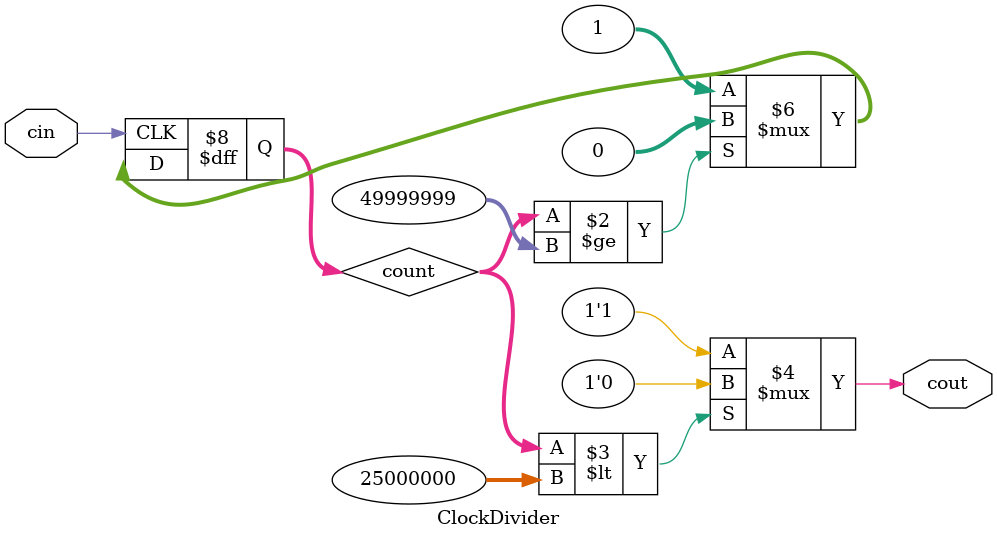
<source format=v>
module ClockDivider(cin, cout);

// Based on code from fpga4students.com
// cin is the input clock; if from DE10-lite,
// the input clock will be at 50 MHz
// The clock divider counts 50 million cycles of the input clock
// before resetting, i.e., it ressets once per second
// The output is zero for the first half of the 50 million cycles
// and 1 for the second half, i.e., it is now a 1 Hz clock

input cin;
output cout;

reg[31:0] count = 32'd0;
parameter D = 32'd50000000;

always @(posedge cin)
begin  
    count <= 32'd1;
    if (count >= D-1)
        count <= 32'd0;
end

assign cout = (count < D/2) ? 1'b0 : 1'b1;

endmodule
</source>
